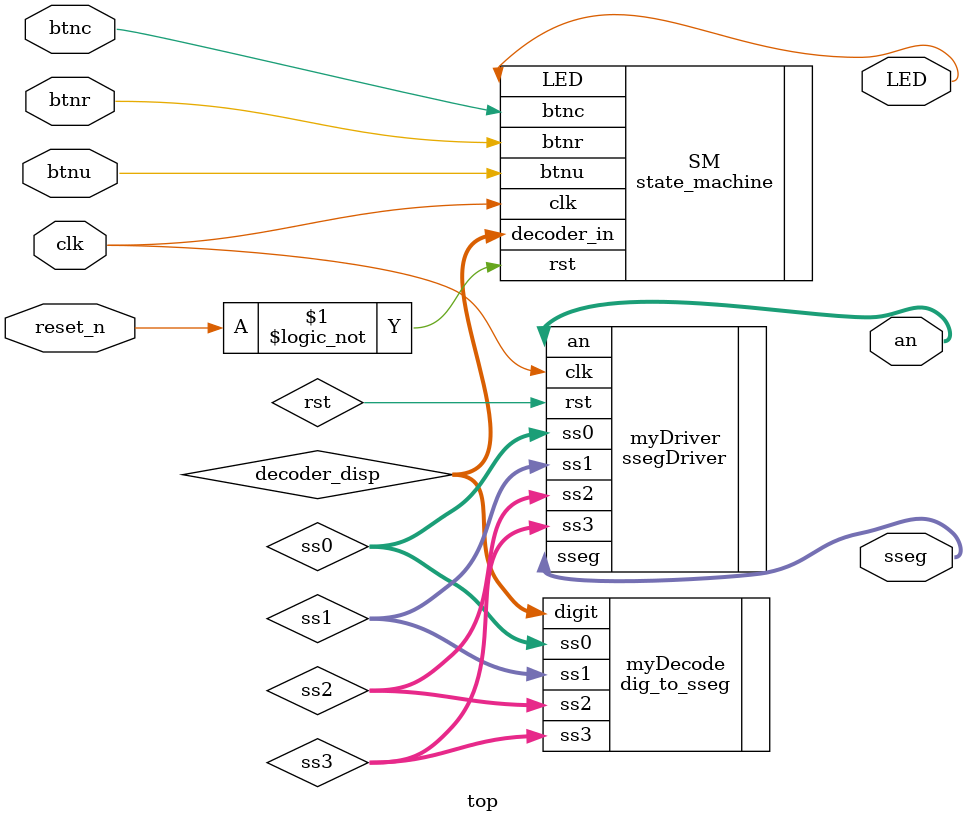
<source format=sv>
`timescale 1ns / 1ps

module top(
    input logic clk, 
    input logic reset_n,
    input logic btnc, 
    input logic btnr, 
    input logic btnu, 
    
    output logic [7:0] an, 
    output logic [7:0] sseg,
    output logic LED
    );
    
    logic [7:0] ss0; 
    logic [7:0] ss1; 
    logic [7:0] ss2; 
    logic [7:0] ss3; 
    
    logic [15:0] decoder_disp; 
    
    state_machine SM (
        .clk(clk), 
        .rst(!reset_n), 
        .btnc(btnc), 
        .btnu(btnu), 
        .btnr(btnr), 
        .decoder_in(decoder_disp), 
        .LED(LED)
        ); 
        
    dig_to_sseg myDecode (
        .digit(decoder_disp), 
        .ss0(ss0), 
        .ss1(ss1), 
        .ss2(ss2), 
        .ss3(ss3)
        ); 
        
    ssegDriver myDriver (
        .clk(clk), 
        .rst(rst), 
        .ss0(ss0), 
        .ss1(ss1), 
        .ss2(ss2), 
        .ss3(ss3),
        .sseg(sseg), 
        .an(an)
        );
endmodule

</source>
